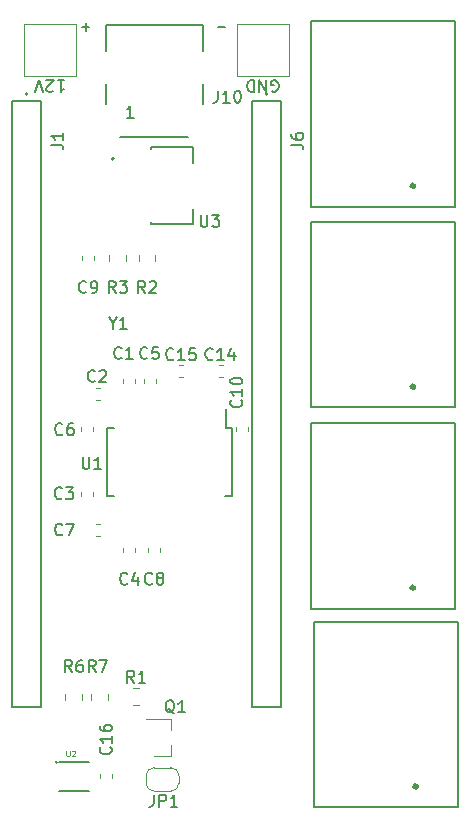
<source format=gbr>
G04 #@! TF.GenerationSoftware,KiCad,Pcbnew,(5.1.4)-1*
G04 #@! TF.CreationDate,2023-08-30T00:45:50+02:00*
G04 #@! TF.ProjectId,BeeWeight_MKRWAN_V4,42656557-6569-4676-9874-5f4d4b525741,V4*
G04 #@! TF.SameCoordinates,Original*
G04 #@! TF.FileFunction,Legend,Top*
G04 #@! TF.FilePolarity,Positive*
%FSLAX46Y46*%
G04 Gerber Fmt 4.6, Leading zero omitted, Abs format (unit mm)*
G04 Created by KiCad (PCBNEW (5.1.4)-1) date 2023-08-30 00:45:50*
%MOMM*%
%LPD*%
G04 APERTURE LIST*
%ADD10C,0.152400*%
%ADD11C,0.150000*%
%ADD12C,0.120000*%
%ADD13C,0.400000*%
%ADD14C,0.200000*%
%ADD15C,0.127000*%
%ADD16C,0.100000*%
%ADD17C,0.120124*%
G04 APERTURE END LIST*
D10*
X169190361Y-51058057D02*
X169809638Y-51058057D01*
X157690361Y-51058057D02*
X158309638Y-51058057D01*
X158000000Y-51367695D02*
X158000000Y-50748419D01*
D11*
X170425000Y-90775000D02*
X169775000Y-90775000D01*
X169850000Y-85025000D02*
X169850000Y-83425000D01*
X170425000Y-85025000D02*
X170425000Y-90775000D01*
X159775000Y-90775000D02*
X160425000Y-90775000D01*
X170425000Y-85025000D02*
X169850000Y-85025000D01*
X159775000Y-85025000D02*
X159775000Y-90775000D01*
X159775000Y-85025000D02*
X160425000Y-85025000D01*
D12*
X165900000Y-114450000D02*
X165900000Y-115050000D01*
X163800000Y-113750000D02*
X165200000Y-113750000D01*
X163100000Y-115050000D02*
X163100000Y-114450000D01*
X165200000Y-115750000D02*
X163800000Y-115750000D01*
X165900000Y-115050000D02*
G75*
G02X165200000Y-115750000I-700000J0D01*
G01*
X165200000Y-113750000D02*
G75*
G02X165900000Y-114450000I0J-700000D01*
G01*
X163100000Y-114450000D02*
G75*
G02X163800000Y-113750000I700000J0D01*
G01*
X163800000Y-115750000D02*
G75*
G02X163100000Y-115050000I0J700000D01*
G01*
D13*
X186028000Y-115349000D02*
G75*
G03X186028000Y-115349000I-100000J0D01*
G01*
D14*
X189528000Y-117099000D02*
X177328000Y-117099000D01*
X189528000Y-101399000D02*
X189528000Y-117099000D01*
X177328000Y-101399000D02*
X189528000Y-101399000D01*
X177328000Y-117099000D02*
X177328000Y-101399000D01*
D13*
X185800000Y-81500000D02*
G75*
G03X185800000Y-81500000I-100000J0D01*
G01*
D14*
X189300000Y-83250000D02*
X177100000Y-83250000D01*
X189300000Y-67550000D02*
X189300000Y-83250000D01*
X177100000Y-67550000D02*
X189300000Y-67550000D01*
X177100000Y-83250000D02*
X177100000Y-67550000D01*
D12*
X159246267Y-93140000D02*
X158903733Y-93140000D01*
X159246267Y-94160000D02*
X158903733Y-94160000D01*
D14*
X177078000Y-100284200D02*
X177078000Y-84584200D01*
X177078000Y-84584200D02*
X189278000Y-84584200D01*
X189278000Y-84584200D02*
X189278000Y-100284200D01*
X189278000Y-100284200D02*
X177078000Y-100284200D01*
D13*
X185778000Y-98534200D02*
G75*
G03X185778000Y-98534200I-100000J0D01*
G01*
D12*
X162210000Y-81196267D02*
X162210000Y-80853733D01*
X161190000Y-81196267D02*
X161190000Y-80853733D01*
X159246267Y-81640000D02*
X158903733Y-81640000D01*
X159246267Y-82660000D02*
X158903733Y-82660000D01*
X157640000Y-90746267D02*
X157640000Y-90403733D01*
X158660000Y-90746267D02*
X158660000Y-90403733D01*
X162210000Y-95153733D02*
X162210000Y-95496267D01*
X161190000Y-95153733D02*
X161190000Y-95496267D01*
X162940000Y-81196267D02*
X162940000Y-80853733D01*
X163960000Y-81196267D02*
X163960000Y-80853733D01*
X158660000Y-84928733D02*
X158660000Y-85271267D01*
X157640000Y-84928733D02*
X157640000Y-85271267D01*
X163290000Y-95153733D02*
X163290000Y-95496267D01*
X164310000Y-95153733D02*
X164310000Y-95496267D01*
X157690000Y-70771267D02*
X157690000Y-70428733D01*
X158710000Y-70771267D02*
X158710000Y-70428733D01*
X170690000Y-85271267D02*
X170690000Y-84928733D01*
X171710000Y-85271267D02*
X171710000Y-84928733D01*
X169621267Y-79640000D02*
X169278733Y-79640000D01*
X169621267Y-80660000D02*
X169278733Y-80660000D01*
X166246267Y-79640000D02*
X165903733Y-79640000D01*
X166246267Y-80660000D02*
X165903733Y-80660000D01*
X159240000Y-114328733D02*
X159240000Y-114671267D01*
X160260000Y-114328733D02*
X160260000Y-114671267D01*
D13*
X185800000Y-64500000D02*
G75*
G03X185800000Y-64500000I-100000J0D01*
G01*
D14*
X189300000Y-66250000D02*
X177100000Y-66250000D01*
X189300000Y-50550000D02*
X189300000Y-66250000D01*
X177100000Y-50550000D02*
X189300000Y-50550000D01*
X177100000Y-66250000D02*
X177100000Y-50550000D01*
D12*
X165260000Y-112780000D02*
X165260000Y-111850000D01*
X165260000Y-109620000D02*
X165260000Y-110550000D01*
X165260000Y-109620000D02*
X163100000Y-109620000D01*
X165260000Y-112780000D02*
X163800000Y-112780000D01*
X162013748Y-108460000D02*
X162536252Y-108460000D01*
X162013748Y-107040000D02*
X162536252Y-107040000D01*
X162490000Y-70886252D02*
X162490000Y-70363748D01*
X163910000Y-70886252D02*
X163910000Y-70363748D01*
X159990000Y-70313748D02*
X159990000Y-70836252D01*
X161410000Y-70313748D02*
X161410000Y-70836252D01*
X156290000Y-108061252D02*
X156290000Y-107538748D01*
X157710000Y-108061252D02*
X157710000Y-107538748D01*
X158490000Y-108061252D02*
X158490000Y-107538748D01*
X159910000Y-108061252D02*
X159910000Y-107538748D01*
D15*
X155750000Y-115750000D02*
X158250000Y-115750000D01*
X158250000Y-113250000D02*
X155750000Y-113250000D01*
D16*
X155600000Y-113300000D02*
G75*
G03X155600000Y-113300000I-100000J0D01*
G01*
D14*
X166700000Y-60400000D02*
X160900000Y-60400000D01*
X167900000Y-53100000D02*
X167900000Y-50900000D01*
X167900000Y-50900000D02*
X159700000Y-50900000D01*
X159700000Y-50900000D02*
X159700000Y-53100000D01*
X159700000Y-57600000D02*
X159700000Y-55900000D01*
X167900000Y-57600000D02*
X167900000Y-55900000D01*
X154205000Y-57345000D02*
X154205000Y-108655000D01*
X154205000Y-108655000D02*
X151795000Y-108655000D01*
X151795000Y-108655000D02*
X151795000Y-57345000D01*
X151795000Y-57345000D02*
X154205000Y-57345000D01*
X153100000Y-56720000D02*
G75*
G03X153100000Y-56720000I-100000J0D01*
G01*
X174525000Y-57345000D02*
X174525000Y-108655000D01*
X174525000Y-108655000D02*
X172115000Y-108655000D01*
X172115000Y-108655000D02*
X172115000Y-57345000D01*
X172115000Y-57345000D02*
X174525000Y-57345000D01*
X173420000Y-56720000D02*
G75*
G03X173420000Y-56720000I-100000J0D01*
G01*
D15*
X163550000Y-61250000D02*
X163550000Y-61415000D01*
X163550000Y-67750000D02*
X163550000Y-67585000D01*
X167050000Y-62565000D02*
X167050000Y-61250000D01*
X167050000Y-67750000D02*
X167050000Y-66435000D01*
X167050000Y-61250000D02*
X163550000Y-61250000D01*
X163550000Y-67750000D02*
X167050000Y-67750000D01*
D14*
X160395000Y-62200000D02*
G75*
G03X160395000Y-62200000I-100000J0D01*
G01*
D12*
X170800000Y-50800000D02*
X175200000Y-50800000D01*
X175200000Y-50800000D02*
X175200000Y-55200000D01*
X175200000Y-55200000D02*
X170800000Y-55200000D01*
X170800000Y-55200000D02*
X170800000Y-50800000D01*
X152800000Y-55200000D02*
X152800000Y-50800000D01*
X157200000Y-55200000D02*
X152800000Y-55200000D01*
X157200000Y-50800000D02*
X157200000Y-55200000D01*
X152800000Y-50800000D02*
X157200000Y-50800000D01*
D11*
X157738095Y-87452380D02*
X157738095Y-88261904D01*
X157785714Y-88357142D01*
X157833333Y-88404761D01*
X157928571Y-88452380D01*
X158119047Y-88452380D01*
X158214285Y-88404761D01*
X158261904Y-88357142D01*
X158309523Y-88261904D01*
X158309523Y-87452380D01*
X159309523Y-88452380D02*
X158738095Y-88452380D01*
X159023809Y-88452380D02*
X159023809Y-87452380D01*
X158928571Y-87595238D01*
X158833333Y-87690476D01*
X158738095Y-87738095D01*
X163766666Y-116052380D02*
X163766666Y-116766666D01*
X163719047Y-116909523D01*
X163623809Y-117004761D01*
X163480952Y-117052380D01*
X163385714Y-117052380D01*
X164242857Y-117052380D02*
X164242857Y-116052380D01*
X164623809Y-116052380D01*
X164719047Y-116100000D01*
X164766666Y-116147619D01*
X164814285Y-116242857D01*
X164814285Y-116385714D01*
X164766666Y-116480952D01*
X164719047Y-116528571D01*
X164623809Y-116576190D01*
X164242857Y-116576190D01*
X165766666Y-117052380D02*
X165195238Y-117052380D01*
X165480952Y-117052380D02*
X165480952Y-116052380D01*
X165385714Y-116195238D01*
X165290476Y-116290476D01*
X165195238Y-116338095D01*
X160285809Y-76126190D02*
X160285809Y-76602380D01*
X159952476Y-75602380D02*
X160285809Y-76126190D01*
X160619142Y-75602380D01*
X161476285Y-76602380D02*
X160904857Y-76602380D01*
X161190571Y-76602380D02*
X161190571Y-75602380D01*
X161095333Y-75745238D01*
X161000095Y-75840476D01*
X160904857Y-75888095D01*
X156033333Y-94007142D02*
X155985714Y-94054761D01*
X155842857Y-94102380D01*
X155747619Y-94102380D01*
X155604761Y-94054761D01*
X155509523Y-93959523D01*
X155461904Y-93864285D01*
X155414285Y-93673809D01*
X155414285Y-93530952D01*
X155461904Y-93340476D01*
X155509523Y-93245238D01*
X155604761Y-93150000D01*
X155747619Y-93102380D01*
X155842857Y-93102380D01*
X155985714Y-93150000D01*
X156033333Y-93197619D01*
X156366666Y-93102380D02*
X157033333Y-93102380D01*
X156604761Y-94102380D01*
X161033333Y-79057142D02*
X160985714Y-79104761D01*
X160842857Y-79152380D01*
X160747619Y-79152380D01*
X160604761Y-79104761D01*
X160509523Y-79009523D01*
X160461904Y-78914285D01*
X160414285Y-78723809D01*
X160414285Y-78580952D01*
X160461904Y-78390476D01*
X160509523Y-78295238D01*
X160604761Y-78200000D01*
X160747619Y-78152380D01*
X160842857Y-78152380D01*
X160985714Y-78200000D01*
X161033333Y-78247619D01*
X161985714Y-79152380D02*
X161414285Y-79152380D01*
X161700000Y-79152380D02*
X161700000Y-78152380D01*
X161604761Y-78295238D01*
X161509523Y-78390476D01*
X161414285Y-78438095D01*
X158783333Y-81007142D02*
X158735714Y-81054761D01*
X158592857Y-81102380D01*
X158497619Y-81102380D01*
X158354761Y-81054761D01*
X158259523Y-80959523D01*
X158211904Y-80864285D01*
X158164285Y-80673809D01*
X158164285Y-80530952D01*
X158211904Y-80340476D01*
X158259523Y-80245238D01*
X158354761Y-80150000D01*
X158497619Y-80102380D01*
X158592857Y-80102380D01*
X158735714Y-80150000D01*
X158783333Y-80197619D01*
X159164285Y-80197619D02*
X159211904Y-80150000D01*
X159307142Y-80102380D01*
X159545238Y-80102380D01*
X159640476Y-80150000D01*
X159688095Y-80197619D01*
X159735714Y-80292857D01*
X159735714Y-80388095D01*
X159688095Y-80530952D01*
X159116666Y-81102380D01*
X159735714Y-81102380D01*
X155983333Y-90932142D02*
X155935714Y-90979761D01*
X155792857Y-91027380D01*
X155697619Y-91027380D01*
X155554761Y-90979761D01*
X155459523Y-90884523D01*
X155411904Y-90789285D01*
X155364285Y-90598809D01*
X155364285Y-90455952D01*
X155411904Y-90265476D01*
X155459523Y-90170238D01*
X155554761Y-90075000D01*
X155697619Y-90027380D01*
X155792857Y-90027380D01*
X155935714Y-90075000D01*
X155983333Y-90122619D01*
X156316666Y-90027380D02*
X156935714Y-90027380D01*
X156602380Y-90408333D01*
X156745238Y-90408333D01*
X156840476Y-90455952D01*
X156888095Y-90503571D01*
X156935714Y-90598809D01*
X156935714Y-90836904D01*
X156888095Y-90932142D01*
X156840476Y-90979761D01*
X156745238Y-91027380D01*
X156459523Y-91027380D01*
X156364285Y-90979761D01*
X156316666Y-90932142D01*
X161533333Y-98157142D02*
X161485714Y-98204761D01*
X161342857Y-98252380D01*
X161247619Y-98252380D01*
X161104761Y-98204761D01*
X161009523Y-98109523D01*
X160961904Y-98014285D01*
X160914285Y-97823809D01*
X160914285Y-97680952D01*
X160961904Y-97490476D01*
X161009523Y-97395238D01*
X161104761Y-97300000D01*
X161247619Y-97252380D01*
X161342857Y-97252380D01*
X161485714Y-97300000D01*
X161533333Y-97347619D01*
X162390476Y-97585714D02*
X162390476Y-98252380D01*
X162152380Y-97204761D02*
X161914285Y-97919047D01*
X162533333Y-97919047D01*
X163233333Y-79057142D02*
X163185714Y-79104761D01*
X163042857Y-79152380D01*
X162947619Y-79152380D01*
X162804761Y-79104761D01*
X162709523Y-79009523D01*
X162661904Y-78914285D01*
X162614285Y-78723809D01*
X162614285Y-78580952D01*
X162661904Y-78390476D01*
X162709523Y-78295238D01*
X162804761Y-78200000D01*
X162947619Y-78152380D01*
X163042857Y-78152380D01*
X163185714Y-78200000D01*
X163233333Y-78247619D01*
X164138095Y-78152380D02*
X163661904Y-78152380D01*
X163614285Y-78628571D01*
X163661904Y-78580952D01*
X163757142Y-78533333D01*
X163995238Y-78533333D01*
X164090476Y-78580952D01*
X164138095Y-78628571D01*
X164185714Y-78723809D01*
X164185714Y-78961904D01*
X164138095Y-79057142D01*
X164090476Y-79104761D01*
X163995238Y-79152380D01*
X163757142Y-79152380D01*
X163661904Y-79104761D01*
X163614285Y-79057142D01*
X156033333Y-85507142D02*
X155985714Y-85554761D01*
X155842857Y-85602380D01*
X155747619Y-85602380D01*
X155604761Y-85554761D01*
X155509523Y-85459523D01*
X155461904Y-85364285D01*
X155414285Y-85173809D01*
X155414285Y-85030952D01*
X155461904Y-84840476D01*
X155509523Y-84745238D01*
X155604761Y-84650000D01*
X155747619Y-84602380D01*
X155842857Y-84602380D01*
X155985714Y-84650000D01*
X156033333Y-84697619D01*
X156890476Y-84602380D02*
X156700000Y-84602380D01*
X156604761Y-84650000D01*
X156557142Y-84697619D01*
X156461904Y-84840476D01*
X156414285Y-85030952D01*
X156414285Y-85411904D01*
X156461904Y-85507142D01*
X156509523Y-85554761D01*
X156604761Y-85602380D01*
X156795238Y-85602380D01*
X156890476Y-85554761D01*
X156938095Y-85507142D01*
X156985714Y-85411904D01*
X156985714Y-85173809D01*
X156938095Y-85078571D01*
X156890476Y-85030952D01*
X156795238Y-84983333D01*
X156604761Y-84983333D01*
X156509523Y-85030952D01*
X156461904Y-85078571D01*
X156414285Y-85173809D01*
X163633333Y-98157142D02*
X163585714Y-98204761D01*
X163442857Y-98252380D01*
X163347619Y-98252380D01*
X163204761Y-98204761D01*
X163109523Y-98109523D01*
X163061904Y-98014285D01*
X163014285Y-97823809D01*
X163014285Y-97680952D01*
X163061904Y-97490476D01*
X163109523Y-97395238D01*
X163204761Y-97300000D01*
X163347619Y-97252380D01*
X163442857Y-97252380D01*
X163585714Y-97300000D01*
X163633333Y-97347619D01*
X164204761Y-97680952D02*
X164109523Y-97633333D01*
X164061904Y-97585714D01*
X164014285Y-97490476D01*
X164014285Y-97442857D01*
X164061904Y-97347619D01*
X164109523Y-97300000D01*
X164204761Y-97252380D01*
X164395238Y-97252380D01*
X164490476Y-97300000D01*
X164538095Y-97347619D01*
X164585714Y-97442857D01*
X164585714Y-97490476D01*
X164538095Y-97585714D01*
X164490476Y-97633333D01*
X164395238Y-97680952D01*
X164204761Y-97680952D01*
X164109523Y-97728571D01*
X164061904Y-97776190D01*
X164014285Y-97871428D01*
X164014285Y-98061904D01*
X164061904Y-98157142D01*
X164109523Y-98204761D01*
X164204761Y-98252380D01*
X164395238Y-98252380D01*
X164490476Y-98204761D01*
X164538095Y-98157142D01*
X164585714Y-98061904D01*
X164585714Y-97871428D01*
X164538095Y-97776190D01*
X164490476Y-97728571D01*
X164395238Y-97680952D01*
X158033333Y-73457142D02*
X157985714Y-73504761D01*
X157842857Y-73552380D01*
X157747619Y-73552380D01*
X157604761Y-73504761D01*
X157509523Y-73409523D01*
X157461904Y-73314285D01*
X157414285Y-73123809D01*
X157414285Y-72980952D01*
X157461904Y-72790476D01*
X157509523Y-72695238D01*
X157604761Y-72600000D01*
X157747619Y-72552380D01*
X157842857Y-72552380D01*
X157985714Y-72600000D01*
X158033333Y-72647619D01*
X158509523Y-73552380D02*
X158700000Y-73552380D01*
X158795238Y-73504761D01*
X158842857Y-73457142D01*
X158938095Y-73314285D01*
X158985714Y-73123809D01*
X158985714Y-72742857D01*
X158938095Y-72647619D01*
X158890476Y-72600000D01*
X158795238Y-72552380D01*
X158604761Y-72552380D01*
X158509523Y-72600000D01*
X158461904Y-72647619D01*
X158414285Y-72742857D01*
X158414285Y-72980952D01*
X158461904Y-73076190D01*
X158509523Y-73123809D01*
X158604761Y-73171428D01*
X158795238Y-73171428D01*
X158890476Y-73123809D01*
X158938095Y-73076190D01*
X158985714Y-72980952D01*
X171157142Y-82642857D02*
X171204761Y-82690476D01*
X171252380Y-82833333D01*
X171252380Y-82928571D01*
X171204761Y-83071428D01*
X171109523Y-83166666D01*
X171014285Y-83214285D01*
X170823809Y-83261904D01*
X170680952Y-83261904D01*
X170490476Y-83214285D01*
X170395238Y-83166666D01*
X170300000Y-83071428D01*
X170252380Y-82928571D01*
X170252380Y-82833333D01*
X170300000Y-82690476D01*
X170347619Y-82642857D01*
X171252380Y-81690476D02*
X171252380Y-82261904D01*
X171252380Y-81976190D02*
X170252380Y-81976190D01*
X170395238Y-82071428D01*
X170490476Y-82166666D01*
X170538095Y-82261904D01*
X170252380Y-81071428D02*
X170252380Y-80976190D01*
X170300000Y-80880952D01*
X170347619Y-80833333D01*
X170442857Y-80785714D01*
X170633333Y-80738095D01*
X170871428Y-80738095D01*
X171061904Y-80785714D01*
X171157142Y-80833333D01*
X171204761Y-80880952D01*
X171252380Y-80976190D01*
X171252380Y-81071428D01*
X171204761Y-81166666D01*
X171157142Y-81214285D01*
X171061904Y-81261904D01*
X170871428Y-81309523D01*
X170633333Y-81309523D01*
X170442857Y-81261904D01*
X170347619Y-81214285D01*
X170300000Y-81166666D01*
X170252380Y-81071428D01*
X168757142Y-79157142D02*
X168709523Y-79204761D01*
X168566666Y-79252380D01*
X168471428Y-79252380D01*
X168328571Y-79204761D01*
X168233333Y-79109523D01*
X168185714Y-79014285D01*
X168138095Y-78823809D01*
X168138095Y-78680952D01*
X168185714Y-78490476D01*
X168233333Y-78395238D01*
X168328571Y-78300000D01*
X168471428Y-78252380D01*
X168566666Y-78252380D01*
X168709523Y-78300000D01*
X168757142Y-78347619D01*
X169709523Y-79252380D02*
X169138095Y-79252380D01*
X169423809Y-79252380D02*
X169423809Y-78252380D01*
X169328571Y-78395238D01*
X169233333Y-78490476D01*
X169138095Y-78538095D01*
X170566666Y-78585714D02*
X170566666Y-79252380D01*
X170328571Y-78204761D02*
X170090476Y-78919047D01*
X170709523Y-78919047D01*
X165432142Y-79157142D02*
X165384523Y-79204761D01*
X165241666Y-79252380D01*
X165146428Y-79252380D01*
X165003571Y-79204761D01*
X164908333Y-79109523D01*
X164860714Y-79014285D01*
X164813095Y-78823809D01*
X164813095Y-78680952D01*
X164860714Y-78490476D01*
X164908333Y-78395238D01*
X165003571Y-78300000D01*
X165146428Y-78252380D01*
X165241666Y-78252380D01*
X165384523Y-78300000D01*
X165432142Y-78347619D01*
X166384523Y-79252380D02*
X165813095Y-79252380D01*
X166098809Y-79252380D02*
X166098809Y-78252380D01*
X166003571Y-78395238D01*
X165908333Y-78490476D01*
X165813095Y-78538095D01*
X167289285Y-78252380D02*
X166813095Y-78252380D01*
X166765476Y-78728571D01*
X166813095Y-78680952D01*
X166908333Y-78633333D01*
X167146428Y-78633333D01*
X167241666Y-78680952D01*
X167289285Y-78728571D01*
X167336904Y-78823809D01*
X167336904Y-79061904D01*
X167289285Y-79157142D01*
X167241666Y-79204761D01*
X167146428Y-79252380D01*
X166908333Y-79252380D01*
X166813095Y-79204761D01*
X166765476Y-79157142D01*
X160097142Y-112022857D02*
X160144761Y-112070476D01*
X160192380Y-112213333D01*
X160192380Y-112308571D01*
X160144761Y-112451428D01*
X160049523Y-112546666D01*
X159954285Y-112594285D01*
X159763809Y-112641904D01*
X159620952Y-112641904D01*
X159430476Y-112594285D01*
X159335238Y-112546666D01*
X159240000Y-112451428D01*
X159192380Y-112308571D01*
X159192380Y-112213333D01*
X159240000Y-112070476D01*
X159287619Y-112022857D01*
X160192380Y-111070476D02*
X160192380Y-111641904D01*
X160192380Y-111356190D02*
X159192380Y-111356190D01*
X159335238Y-111451428D01*
X159430476Y-111546666D01*
X159478095Y-111641904D01*
X159192380Y-110213333D02*
X159192380Y-110403809D01*
X159240000Y-110499047D01*
X159287619Y-110546666D01*
X159430476Y-110641904D01*
X159620952Y-110689523D01*
X160001904Y-110689523D01*
X160097142Y-110641904D01*
X160144761Y-110594285D01*
X160192380Y-110499047D01*
X160192380Y-110308571D01*
X160144761Y-110213333D01*
X160097142Y-110165714D01*
X160001904Y-110118095D01*
X159763809Y-110118095D01*
X159668571Y-110165714D01*
X159620952Y-110213333D01*
X159573333Y-110308571D01*
X159573333Y-110499047D01*
X159620952Y-110594285D01*
X159668571Y-110641904D01*
X159763809Y-110689523D01*
X165504761Y-109147619D02*
X165409523Y-109100000D01*
X165314285Y-109004761D01*
X165171428Y-108861904D01*
X165076190Y-108814285D01*
X164980952Y-108814285D01*
X165028571Y-109052380D02*
X164933333Y-109004761D01*
X164838095Y-108909523D01*
X164790476Y-108719047D01*
X164790476Y-108385714D01*
X164838095Y-108195238D01*
X164933333Y-108100000D01*
X165028571Y-108052380D01*
X165219047Y-108052380D01*
X165314285Y-108100000D01*
X165409523Y-108195238D01*
X165457142Y-108385714D01*
X165457142Y-108719047D01*
X165409523Y-108909523D01*
X165314285Y-109004761D01*
X165219047Y-109052380D01*
X165028571Y-109052380D01*
X166409523Y-109052380D02*
X165838095Y-109052380D01*
X166123809Y-109052380D02*
X166123809Y-108052380D01*
X166028571Y-108195238D01*
X165933333Y-108290476D01*
X165838095Y-108338095D01*
X162108333Y-106552380D02*
X161775000Y-106076190D01*
X161536904Y-106552380D02*
X161536904Y-105552380D01*
X161917857Y-105552380D01*
X162013095Y-105600000D01*
X162060714Y-105647619D01*
X162108333Y-105742857D01*
X162108333Y-105885714D01*
X162060714Y-105980952D01*
X162013095Y-106028571D01*
X161917857Y-106076190D01*
X161536904Y-106076190D01*
X163060714Y-106552380D02*
X162489285Y-106552380D01*
X162775000Y-106552380D02*
X162775000Y-105552380D01*
X162679761Y-105695238D01*
X162584523Y-105790476D01*
X162489285Y-105838095D01*
X163033333Y-73552380D02*
X162700000Y-73076190D01*
X162461904Y-73552380D02*
X162461904Y-72552380D01*
X162842857Y-72552380D01*
X162938095Y-72600000D01*
X162985714Y-72647619D01*
X163033333Y-72742857D01*
X163033333Y-72885714D01*
X162985714Y-72980952D01*
X162938095Y-73028571D01*
X162842857Y-73076190D01*
X162461904Y-73076190D01*
X163414285Y-72647619D02*
X163461904Y-72600000D01*
X163557142Y-72552380D01*
X163795238Y-72552380D01*
X163890476Y-72600000D01*
X163938095Y-72647619D01*
X163985714Y-72742857D01*
X163985714Y-72838095D01*
X163938095Y-72980952D01*
X163366666Y-73552380D01*
X163985714Y-73552380D01*
X160533333Y-73552380D02*
X160200000Y-73076190D01*
X159961904Y-73552380D02*
X159961904Y-72552380D01*
X160342857Y-72552380D01*
X160438095Y-72600000D01*
X160485714Y-72647619D01*
X160533333Y-72742857D01*
X160533333Y-72885714D01*
X160485714Y-72980952D01*
X160438095Y-73028571D01*
X160342857Y-73076190D01*
X159961904Y-73076190D01*
X160866666Y-72552380D02*
X161485714Y-72552380D01*
X161152380Y-72933333D01*
X161295238Y-72933333D01*
X161390476Y-72980952D01*
X161438095Y-73028571D01*
X161485714Y-73123809D01*
X161485714Y-73361904D01*
X161438095Y-73457142D01*
X161390476Y-73504761D01*
X161295238Y-73552380D01*
X161009523Y-73552380D01*
X160914285Y-73504761D01*
X160866666Y-73457142D01*
X156833333Y-105652380D02*
X156500000Y-105176190D01*
X156261904Y-105652380D02*
X156261904Y-104652380D01*
X156642857Y-104652380D01*
X156738095Y-104700000D01*
X156785714Y-104747619D01*
X156833333Y-104842857D01*
X156833333Y-104985714D01*
X156785714Y-105080952D01*
X156738095Y-105128571D01*
X156642857Y-105176190D01*
X156261904Y-105176190D01*
X157690476Y-104652380D02*
X157500000Y-104652380D01*
X157404761Y-104700000D01*
X157357142Y-104747619D01*
X157261904Y-104890476D01*
X157214285Y-105080952D01*
X157214285Y-105461904D01*
X157261904Y-105557142D01*
X157309523Y-105604761D01*
X157404761Y-105652380D01*
X157595238Y-105652380D01*
X157690476Y-105604761D01*
X157738095Y-105557142D01*
X157785714Y-105461904D01*
X157785714Y-105223809D01*
X157738095Y-105128571D01*
X157690476Y-105080952D01*
X157595238Y-105033333D01*
X157404761Y-105033333D01*
X157309523Y-105080952D01*
X157261904Y-105128571D01*
X157214285Y-105223809D01*
X158833333Y-105652380D02*
X158500000Y-105176190D01*
X158261904Y-105652380D02*
X158261904Y-104652380D01*
X158642857Y-104652380D01*
X158738095Y-104700000D01*
X158785714Y-104747619D01*
X158833333Y-104842857D01*
X158833333Y-104985714D01*
X158785714Y-105080952D01*
X158738095Y-105128571D01*
X158642857Y-105176190D01*
X158261904Y-105176190D01*
X159166666Y-104652380D02*
X159833333Y-104652380D01*
X159404761Y-105652380D01*
D17*
X156357629Y-112330108D02*
X156357629Y-112719079D01*
X156380510Y-112764841D01*
X156403390Y-112787721D01*
X156449152Y-112810602D01*
X156540674Y-112810602D01*
X156586436Y-112787721D01*
X156609316Y-112764841D01*
X156632197Y-112719079D01*
X156632197Y-112330108D01*
X156838123Y-112375869D02*
X156861004Y-112352989D01*
X156906765Y-112330108D01*
X157021168Y-112330108D01*
X157066930Y-112352989D01*
X157089810Y-112375869D01*
X157112691Y-112421631D01*
X157112691Y-112467392D01*
X157089810Y-112536034D01*
X156815242Y-112810602D01*
X157112691Y-112810602D01*
D11*
X169190476Y-56452380D02*
X169190476Y-57166666D01*
X169142857Y-57309523D01*
X169047619Y-57404761D01*
X168904761Y-57452380D01*
X168809523Y-57452380D01*
X170190476Y-57452380D02*
X169619047Y-57452380D01*
X169904761Y-57452380D02*
X169904761Y-56452380D01*
X169809523Y-56595238D01*
X169714285Y-56690476D01*
X169619047Y-56738095D01*
X170809523Y-56452380D02*
X170904761Y-56452380D01*
X171000000Y-56500000D01*
X171047619Y-56547619D01*
X171095238Y-56642857D01*
X171142857Y-56833333D01*
X171142857Y-57071428D01*
X171095238Y-57261904D01*
X171047619Y-57357142D01*
X171000000Y-57404761D01*
X170904761Y-57452380D01*
X170809523Y-57452380D01*
X170714285Y-57404761D01*
X170666666Y-57357142D01*
X170619047Y-57261904D01*
X170571428Y-57071428D01*
X170571428Y-56833333D01*
X170619047Y-56642857D01*
X170666666Y-56547619D01*
X170714285Y-56500000D01*
X170809523Y-56452380D01*
X162065714Y-58722380D02*
X161494285Y-58722380D01*
X161780000Y-58722380D02*
X161780000Y-57722380D01*
X161684761Y-57865238D01*
X161589523Y-57960476D01*
X161494285Y-58008095D01*
X162065714Y-58722380D02*
X161494285Y-58722380D01*
X161780000Y-58722380D02*
X161780000Y-57722380D01*
X161684761Y-57865238D01*
X161589523Y-57960476D01*
X161494285Y-58008095D01*
X155087380Y-61008333D02*
X155801666Y-61008333D01*
X155944523Y-61055952D01*
X156039761Y-61151190D01*
X156087380Y-61294047D01*
X156087380Y-61389285D01*
X156087380Y-60008333D02*
X156087380Y-60579761D01*
X156087380Y-60294047D02*
X155087380Y-60294047D01*
X155230238Y-60389285D01*
X155325476Y-60484523D01*
X155373095Y-60579761D01*
X175407380Y-61008333D02*
X176121666Y-61008333D01*
X176264523Y-61055952D01*
X176359761Y-61151190D01*
X176407380Y-61294047D01*
X176407380Y-61389285D01*
X175407380Y-60103571D02*
X175407380Y-60294047D01*
X175455000Y-60389285D01*
X175502619Y-60436904D01*
X175645476Y-60532142D01*
X175835952Y-60579761D01*
X176216904Y-60579761D01*
X176312142Y-60532142D01*
X176359761Y-60484523D01*
X176407380Y-60389285D01*
X176407380Y-60198809D01*
X176359761Y-60103571D01*
X176312142Y-60055952D01*
X176216904Y-60008333D01*
X175978809Y-60008333D01*
X175883571Y-60055952D01*
X175835952Y-60103571D01*
X175788333Y-60198809D01*
X175788333Y-60389285D01*
X175835952Y-60484523D01*
X175883571Y-60532142D01*
X175978809Y-60579761D01*
X167738095Y-66952380D02*
X167738095Y-67761904D01*
X167785714Y-67857142D01*
X167833333Y-67904761D01*
X167928571Y-67952380D01*
X168119047Y-67952380D01*
X168214285Y-67904761D01*
X168261904Y-67857142D01*
X168309523Y-67761904D01*
X168309523Y-66952380D01*
X168690476Y-66952380D02*
X169309523Y-66952380D01*
X168976190Y-67333333D01*
X169119047Y-67333333D01*
X169214285Y-67380952D01*
X169261904Y-67428571D01*
X169309523Y-67523809D01*
X169309523Y-67761904D01*
X169261904Y-67857142D01*
X169214285Y-67904761D01*
X169119047Y-67952380D01*
X168833333Y-67952380D01*
X168738095Y-67904761D01*
X168690476Y-67857142D01*
X173761904Y-56500000D02*
X173857142Y-56547619D01*
X174000000Y-56547619D01*
X174142857Y-56500000D01*
X174238095Y-56404761D01*
X174285714Y-56309523D01*
X174333333Y-56119047D01*
X174333333Y-55976190D01*
X174285714Y-55785714D01*
X174238095Y-55690476D01*
X174142857Y-55595238D01*
X174000000Y-55547619D01*
X173904761Y-55547619D01*
X173761904Y-55595238D01*
X173714285Y-55642857D01*
X173714285Y-55976190D01*
X173904761Y-55976190D01*
X173285714Y-55547619D02*
X173285714Y-56547619D01*
X172714285Y-55547619D01*
X172714285Y-56547619D01*
X172238095Y-55547619D02*
X172238095Y-56547619D01*
X172000000Y-56547619D01*
X171857142Y-56500000D01*
X171761904Y-56404761D01*
X171714285Y-56309523D01*
X171666666Y-56119047D01*
X171666666Y-55976190D01*
X171714285Y-55785714D01*
X171761904Y-55690476D01*
X171857142Y-55595238D01*
X172000000Y-55547619D01*
X172238095Y-55547619D01*
X155619047Y-55547619D02*
X156190476Y-55547619D01*
X155904761Y-55547619D02*
X155904761Y-56547619D01*
X156000000Y-56404761D01*
X156095238Y-56309523D01*
X156190476Y-56261904D01*
X155238095Y-56452380D02*
X155190476Y-56500000D01*
X155095238Y-56547619D01*
X154857142Y-56547619D01*
X154761904Y-56500000D01*
X154714285Y-56452380D01*
X154666666Y-56357142D01*
X154666666Y-56261904D01*
X154714285Y-56119047D01*
X155285714Y-55547619D01*
X154666666Y-55547619D01*
X154380952Y-56547619D02*
X154047619Y-55547619D01*
X153714285Y-56547619D01*
M02*

</source>
